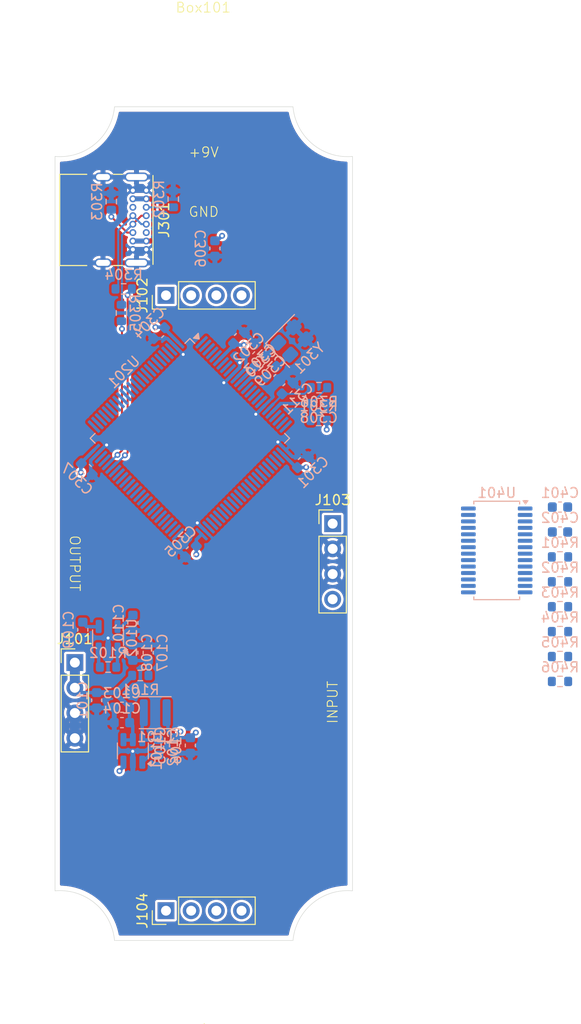
<source format=kicad_pcb>
(kicad_pcb (version 20241229) (generator "pcbnew") (generator_version "9.0")
  (layers (0 "F.Cu" jumper) (4 "In1.Cu" signal) (6 "In2.Cu" signal) (2 "B.Cu" signal) (13 "F.Paste" user) (15 "B.Paste" user) (5 "F.SilkS" user "F.Silkscreen") (7 "B.SilkS" user "B.Silkscreen") (1 "F.Mask" user) (3 "B.Mask" user) (25 "Edge.Cuts" user))
  (net 0 "")
  (net 1 "VIN")
  (net 2 "GND")
  (net 3 "IN^{EFF}")
  (net 4 "+3V3_A")
  (net 5 "Net-(U101-CB)")
  (net 6 "LED")
  (net 7 "+3.3V")
  (net 8 "+5VA")
  (net 9 "Net-(U101-SW)")
  (net 10 "Net-(U102-VIN)")
  (net 11 "POT2")
  (net 12 "POT3")
  (net 13 "Net-(U102-BP)")
  (net 14 "Net-(U102-ON{slash}~{OFF})")
  (net 15 "POT1")
  (net 16 "SW_UP")
  (net 17 "FOOTSWITCH")
  (net 18 "SW_DOWN")
  (net 19 "OUT^{EFF}")
  (net 26 "+3.3VA")
  (net 35 "Net-(C309-Pad2)")
  (net 40 "CC1")
  (net 41 "CC2")
  (net 42 "SPI_MOSI")
  (net 46 "USB_OTG_FS_D-")
  (net 47 "I2C_SDA")
  (net 49 "SPI_SCK")
  (net 51 "SWO")
  (net 54 "ADC3_INP1")
  (net 61 "BOOT0")
  (net 63 "VREF")
  (net 64 "OSC_IN")
  (net 67 "OSC_OUT")
  (net 75 "I2C_SCL")
  (net 81 "Net-(C310-Pad1)")
  (net 89 "SWDIO")
  (net 96 "NRST")
  (net 102 "USB_OTG_FS_D+")
  (net 110 "ADC1_INP3")
  (net 111 "SWCLK")
  (net 113 "VBUS")
  (net 115 "Net-(J301-D--PadA7)")
  (net 116 "Net-(J301-D+-PadA6)")
  (net 117 "Net-(U401-V_{IN}L)")
  (net 118 "Net-(U401-V_{OUT}L+)")
  (net 119 "MODE")
  (net 120 "VCOMM")
  (net 121 "FMT")
  (net 122 "DEMP")
  (net 124 "IFMD")
  (footprint "Connector_USB:USB_C_Receptacle_GCT_USB4085" (layer "F.Cu") (at 94.2 66.425 -90)
    (property "Reference" "J301")
    (property "Value" "USB_C_Receptacle_USB2.0_16P")
  )
  (footprint "Connector_PinHeader_2.54mm:PinHeader_1x04_P2.54mm_Vertical" (layer "F.Cu") (at 113 100)
    (property "Reference" "J103")
    (property "Value" "Conn_01x04_Pin")
  )
  (footprint "Mylib:1590A" (layer "F.Cu") (at 100 100)
    (property "Reference" "Box101")
    (property "Value" "1590A")
  )
  (footprint "Connector_PinHeader_2.54mm:PinHeader_1x04_P2.54mm_Vertical" (layer "F.Cu") (at 87 114)
    (property "Reference" "J101")
    (property "Value" "Conn_01x04_Pin")
  )
  (footprint "Connector_PinHeader_2.54mm:PinHeader_1x04_P2.54mm_Vertical" (layer "F.Cu") (at 96.19 77 90)
    (property "Reference" "J102")
    (property "Value" "Conn_01x04_Pin")
  )
  (footprint "Connector_PinHeader_2.54mm:PinHeader_1x04_P2.54mm_Vertical" (layer "F.Cu") (at 96.19 139 90)
    (property "Reference" "J104")
    (property "Value" "Conn_01x04_Pin")
  )
  (footprint "Resistor_SMD:R_0603_1608Metric" (layer "B.Cu") (at 96.925 67.3 -90)
    (property "Reference" "R302")
    (property "Value" "5.1k")
  )
  (footprint "Resistor_SMD:R_0603_1608Metric" (layer "B.Cu") (at 93.6 115.3)
    (property "Reference" "R101")
    (property "Value" "22R")
  )
  (footprint "Capacitor_SMD:C_0603_1608Metric" (layer "B.Cu") (at 95.5 80.8 -135)
    (property "Reference" "C304")
    (property "Value" "100nF")
  )
  (footprint "Resistor_SMD:R_0603_1608Metric" (layer "B.Cu") (at 135.93 110.88 180)
    (property "Reference" "R404")
    (property "Value" "220k")
  )
  (footprint "Capacitor_SMD:C_0603_1608Metric" (layer "B.Cu") (at 98.7 102.8 -135)
    (property "Reference" "C305")
    (property "Value" "100nF")
  )
  (footprint "Capacitor_SMD:C_0603_1608Metric" (layer "B.Cu") (at 91.75 120.05 180)
    (property "Reference" "C104")
    (property "Value" "100nF")
  )
  (footprint "Resistor_SMD:R_0603_1608Metric" (layer "B.Cu") (at 135.93 115.9 180)
    (property "Reference" "R406")
    (property "Value" "220k")
  )
  (footprint "Resistor_SMD:R_0603_1608Metric" (layer "B.Cu") (at 135.93 103.35 180)
    (property "Reference" "R401")
    (property "Value" "220k")
  )
  (footprint "Resistor_SMD:R_0603_1608Metric" (layer "B.Cu") (at 135.93 105.86 180)
    (property "Reference" "R402")
    (property "Value" "1MEG")
  )
  (footprint "Resistor_SMD:R_0603_1608Metric" (layer "B.Cu") (at 90.675 67.55 -90)
    (property "Reference" "R303")
    (property "Value" "5.1k")
  )
  (footprint "Crystal:Crystal_SMD_3225-4Pin_3.2x2.5mm" (layer "B.Cu") (at 108.9 81.6 45)
    (property "Reference" "Y301")
    (property "Value" "16MHz")
  )
  (footprint "Resistor_SMD:R_0603_1608Metric" (layer "B.Cu") (at 135.93 108.37 180)
    (property "Reference" "R403")
    (property "Value" "1MEG")
  )
  (footprint "Capacitor_SMD:C_0603_1608Metric" (layer "B.Cu") (at 101.125 72.275 -90)
    (property "Reference" "C306")
    (property "Value" "10uF")
  )
  (footprint "Capacitor_SMD:C_0603_1608Metric" (layer "B.Cu") (at 89.2 117.8 -90)
    (property "Reference" "C101")
    (property "Value" "22uF")
  )
  (footprint "Resistor_SMD:R_0603_1608Metric" (layer "B.Cu") (at 91.925 76.35 180)
    (property "Reference" "R304")
    (property "Value" "22R")
  )
  (footprint "Capacitor_SMD:C_0603_1608Metric" (layer "B.Cu") (at 92.85 113 90)
    (property "Reference" "C108")
    (property "Value" "1uF")
  )
  (footprint "Capacitor_SMD:C_0603_1608Metric" (layer "B.Cu") (at 94.4 113 90)
    (property "Reference" "C107")
    (property "Value" "10uF")
  )
  (footprint "Package_TO_SOT_SMD:SOT-23-5" (layer "B.Cu") (at 90.35 111.5 90)
    (property "Reference" "U102")
    (property "Value" "LP2985-5.0")
  )
  (footprint "Capacitor_SMD:C_0603_1608Metric" (layer "B.Cu") (at 92.85 110 -90)
    (property "Reference" "C110")
    (property "Value" "2.2uF")
  )
  (footprint "Capacitor_SMD:C_0603_1608Metric" (layer "B.Cu") (at 111.6 87.9)
    (property "Reference" "C308")
    (property "Value" "22uF")
  )
  (footprint "Package_QFP:LQFP-100_14x14mm_P0.5mm" (layer "B.Cu") (at 98.6 91.4 -135)
    (property "Reference" "U201")
    (property "Value" "STM32H750VBTx")
  )
  (footprint "Resistor_SMD:R_0603_1608Metric" (layer "B.Cu") (at 111.625 86.3)
    (property "Reference" "R306")
    (property "Value" "5R1")
  )
  (footprint "Capacitor_SMD:C_0603_1608Metric" (layer "B.Cu") (at 135.93 100.84 180)
    (property "Reference" "C402")
    (property "Value" "1uF")
  )
  (footprint "Capacitor_SMD:C_0603_1608Metric" (layer "B.Cu") (at 88.2 94.5 -45)
    (property "Reference" "C307")
    (property "Value" "100nF")
  )
  (footprint "Resistor_SMD:R_0603_1608Metric" (layer "B.Cu") (at 111.6 89.6 180)
    (property "Reference" "R301")
    (property "Value" "5R1")
  )
  (footprint "Capacitor_SMD:C_0603_1608Metric" (layer "B.Cu") (at 108.45 86.375 45)
    (property "Reference" "C311")
    (property "Value" "100nF")
  )
  (footprint "Resistor_SMD:R_0603_1608Metric" (layer "B.Cu") (at 91.7 78.775 90)
    (property "Reference" "R305")
    (property "Value" "22R")
  )
  (footprint "Package_SO:TSSOP-28_4.4x9.7mm_P0.65mm" (layer "B.Cu") (at 129.55 102.7 180)
    (property "Reference" "U401")
    (property "Value" "PCM3060")
  )
  (footprint "Capacitor_SMD:C_0603_1608Metric" (layer "B.Cu") (at 87.8 110.7 -90)
    (property "Reference" "C109")
    (property "Value" "10nF")
  )
  (footprint "Capacitor_SMD:C_0603_1608Metric" (layer "B.Cu") (at 103.55 81.3 45)
    (property "Reference" "C302")
    (property "Value" "100nF")
  )
  (footprint "Inductor_SMD:L_Sunlord_SWPA3015S" (layer "B.Cu") (at 95.1 119.05)
    (property "Reference" "L101")
    (property "Value" "3.3uH")
  )
  (footprint "Capacitor_SMD:C_0603_1608Metric" (layer "B.Cu") (at 95.45 122.54 90)
    (property "Reference" "C102")
    (property "Value" "100nF")
  )
  (footprint "Capacitor_SMD:C_0603_1608Metric" (layer "B.Cu") (at 104.675 82.425 45)
    (property "Reference" "C303")
    (property "Value" "100nF")
  )
  (footprint "Capacitor_SMD:C_0603_1608Metric" (layer "B.Cu") (at 105.7 83.6 45)
    (property "Reference" "C309")
    (property "Value" "10pF")
  )
  (footprint "Capacitor_SMD:C_0603_1608Metric" (layer "B.Cu") (at 106.8 84.7 -135)
    (property "Reference" "C310")
    (property "Value" "10pF")
  )
  (footprint "Capacitor_SMD:C_0603_1608Metric" (layer "B.Cu") (at 110 93.8 45)
    (property "Reference" "C301")
    (property "Value" "100nF")
  )
  (footprint "Capacitor_SMD:C_0603_1608Metric" (layer "B.Cu") (at 135.93 98.33 180)
    (property "Reference" "C401")
    (property "Value" "1uF")
  )
  (footprint "Resistor_SMD:R_0603_1608Metric" (layer "B.Cu") (at 135.93 113.39 180)
    (property "Reference" "R405")
    (property "Value" "220k")
  )
  (footprint "Package_TO_SOT_SMD:SOT-23-6" (layer "B.Cu") (at 92.85 122.9 90)
    (property "Reference" "U101")
    (property "Value" "LMR50410")
  )
  (footprint "Capacitor_SMD:C_0603_1608Metric" (layer "B.Cu") (at 98.65 122.35 -90)
    (property "Reference" "C106")
    (property "Value" "10uF")
  )
  (footprint "Resistor_SMD:R_0603_1608Metric" (layer "B.Cu") (at 90.35 114.45 180)
    (property "Reference" "R102")
    (property "Value" "1k")
  )
  (footprint "Capacitor_SMD:C_0603_1608Metric" (layer "B.Cu") (at 97.05 122.35 -90)
    (property "Reference" "C105")
    (property "Value" "10uF")
  )
  (footprint "Capacitor_SMD:C_0603_1608Metric" (layer "B.Cu") (at 91.75 118.5 180)
    (property "Reference" "C103")
    (property "Value" "10uF")
  )
  (gr_arc (start 109 142) (mid 110.964466 138.257359) (end 115 137) (stroke (width 0.05)) (layer "Edge.Cuts"))
  (gr_arc (start 91 58) (mid 89.035534 61.742641) (end 85 63) (stroke (width 0.05)) (layer "Edge.Cuts"))
  (gr_arc (start 115 63) (mid 110.964466 61.742641) (end 109 58) (stroke (width 0.05)) (layer "Edge.Cuts"))
  (gr_line (start 91 142) (end 109 142) (stroke (width 0.05)) (layer "Edge.Cuts"))
  (gr_line (start 115 63) (end 115 137) (stroke (width 0.05)) (layer "Edge.Cuts"))
  (gr_line (start 91 58) (end 109 58) (stroke (width 0.05)) (layer "Edge.Cuts"))
  (gr_line (start 85 137) (end 85 63) (stroke (width 0.05)) (layer "Edge.Cuts"))
  (gr_arc (start 85 137) (mid 89.035534 138.257359) (end 91 142) (stroke (width 0.05)) (layer "Edge.Cuts"))
  (gr_text "INPUT" (at 113 118 90) (layer "F.SilkS") (effects (font (size 1 1) (thickness 0.1))))
  (gr_text "+9V" (at 100 62 0) (layer "F.SilkS") (effects (font (size 1 1) (thickness 0.1)) (justify top)))
  (gr_text "GND" (at 100 68 0) (layer "F.SilkS") (effects (font (size 1 1) (thickness 0.1)) (justify top)))
  (gr_text "OUTPUT" (at 87 104 270) (layer "F.SilkS") (effects (font (size 1 1) (thickness 0.1))))
  (segment (start 87 114) (end 87 116.54) (width 1) (layer "F.Cu") (net 1))
  (segment (start 92.8375 121.8) (end 91.8875 121.8) (width 0.35) (layer "B.Cu") (net 1))
  (segment (start 91.016106 117.025) (end 91.075 117.025) (width 0.5) (layer "B.Cu") (net 1))
  (segment (start 87.485 117.025) (end 87 116.54) (width 0.35) (layer "B.Cu") (net 1))
  (segment (start 92.5125 118.521394) (end 92.5125 120.0375) (width 0.35) (layer "B.Cu") (net 1))
  (segment (start 87 114) (end 87 116.54) (width 1) (layer "B.Cu") (net 1))
  (segment (start 91.016106 117.025) (end 92.5125 118.521394) (width 0.5) (layer "B.Cu") (net 1))
  (segment (start 89.2 117.025) (end 87.485 117.025) (width 0.35) (layer "B.Cu") (net 1))
  (segment (start 89.2 117.025) (end 91.016106 117.025) (width 0.5) (layer "B.Cu") (net 1))
  (segment (start 92.8375 120.3625) (end 92.5125 120.0375) (width 0.35) (layer "B.Cu") (net 1))
  (segment (start 92.8375 121.8) (end 92.8375 120.3625) (width 0.35) (layer "B.Cu") (net 1))
  (segment (start 91.075 117.025) (end 92.775 115.325) (width 0.5) (layer "B.Cu") (net 1))
  (segment (start 92.85 66.425) (end 94.2 66.425) (width 0.5) (layer "F.Cu") (net 2))
  (segment (start 87 119.08) (end 87 121.62) (width 1) (layer "F.Cu") (net 2))
  (segment (start 92.85 72.375) (end 94.2 72.375) (width 0.5) (layer "F.Cu") (net 2))
  (via (at 103.625 83.775) (size 0.6) (drill 0.3) (layers "F.Cu" "B.Cu") (net 2))
  (via (at 92.8375 122.9375) (size 0.6) (drill 0.3) (layers "F.Cu" "B.Cu") (net 2))
  (via (at 107.475 91.775) (size 0.6) (drill 0.3) (layers "F.Cu" "B.Cu") (net 2))
  (via (at 97.925 82.95) (size 0.6) (drill 0.3) (layers "F.Cu" "B.Cu") (net 2))
  (via (at 102.025 85.8) (size 0.6) (drill 0.3) (layers "F.Cu" "B.Cu") (net 2))
  (via (at 90.35 111.525) (size 0.6) (drill 0.3) (layers "F.Cu" "B.Cu") (net 2))
  (via (at 105.25 88.975) (size 0.6) (drill 0.3) (layers "F.Cu" "B.Cu") (net 2))
  (via (at 90.2 92.075) (size 0.6) (drill 0.3) (layers "F.Cu" "B.Cu") (net 2))
  (via (at 99.35 99.925) (size 0.6) (drill 0.3) (layers "F.Cu" "B.Cu") (net 2))
  (segment (start 97.0375 123.1125) (end 96.465 122.54) (width 0.35) (layer "B.Cu") (net 2))
  (segment (start 92.85 110.8) (end 92.85 111.525) (width 0.35) (layer "B.Cu") (net 2))
  (segment (start 100.137957 100.712957) (end 99.35 99.925) (width 0.35) (layer "B.Cu") (net 2))
  (segment (start 94.216479 122.9375) (end 92.8375 122.9375) (width 0.35) (layer "B.Cu") (net 2))
  (segment (start 97.925 82.946825) (end 97.062043 82.083868) (width 0.35) (layer "B.Cu") (net 2))
  (segment (start 102.025 85.8) (end 102.078679 85.8) (width 0.35) (layer "B.Cu") (net 2))
  (segment (start 90.35 112.6625) (end 90.35 111.525) (width 0.35) (layer "B.Cu") (net 2))
  (segment (start 103.625 84.253679) (end 102.966384 84.912295) (width 0.35) (layer "B.Cu") (net 2))
  (segment (start 108.269685 92.569685) (end 107.475 91.775) (width 0.35) (layer "B.Cu") (net 2))
  (segment (start 92.85 72.375) (end 94.2 72.375) (width 0.5) (layer "B.Cu") (net 2))
  (segment (start 110.548008 93.251992) (end 108.937273 93.251992) (width 0.35) (layer "B.Cu") (net 2))
  (segment (start 108.937273 93.251992) (end 108.269685 92.584404) (width 0.35) (layer "B.Cu") (net 2))
  (segment (start 105.25 88.975) (end 105.267641 88.975) (width 0.35) (layer "B.Cu") (net 2))
  (segment (start 98.6375 123.1125) (end 97.0375 123.1125) (width 0.35) (layer "B.Cu") (net 2))
  (segment (start 105.267641 88.975) (end 106.148365 88.094276) (width 0.35) (layer "B.Cu") (net 2))
  (segment (start 90.35 111.525) (end 92.85 111.525) (width 0.35) (layer "B.Cu") (net 2))
  (segment (start 103.625 83.775) (end 103.625 84.253679) (width 0.35) (layer "B.Cu") (net 2))
  (segment (start 92.85 111.525) (end 92.85 112.25) (width 0.35) (layer "B.Cu") (net 2))
  (segment (start 90.9625 118.521394) (end 90.9625 120.0375) (width 0.35) (layer "B.Cu") (net 2))
  (segment (start 92.85 66.425) (end 94.2 66.425) (width 0.5) (layer "B.Cu") (net 2))
  (segment (start 96.326183 81.348008) (end 94.951992 81.348008) (width 0.35) (layer "B.Cu") (net 2))
  (segment (start 100.137957 100.716132) (end 100.137957 100.712957) (width 0.35) (layer "B.Cu") (net 2))
  (segment (start 92.8375 122.9375) (end 92.8375 124.075) (width 0.35) (layer "B.Cu") (net 2))
  (segment (start 96.465 122.54) (end 94.613979 122.54) (width 0.35) (layer "B.Cu") (net 2))
  (segment (start 90.9625 122.214822) (end 91.685178 122.9375) (width 0.35) (layer "B.Cu") (net 2))
  (segment (start 90.35 111.525) (end 87.775 111.525) (width 0.35) (layer "B.Cu") (net 2))
  (segment (start 108.269685 92.584404) (end 108.269685 92.569685) (width 0.35) (layer "B.Cu") (net 2))
  (segment (start 90.146825 92.075) (end 90.2 92.075) (width 0.35) (layer "B.Cu") (net 2))
  (segment (start 89.283868 92.937957) (end 90.146825 92.075) (width 0.35) (layer "B.Cu") (net 2))
  (segment (start 94.613979 122.54) (end 94.216479 122.9375) (width 0.35) (layer "B.Cu") (net 2))
  (segment (start 88.6 93.621825) (end 88.6 94.9) (width 0.35) (layer "B.Cu") (net 2))
  (segment (start 90.9625 122.214822) (end 90.9625 120.0375) (width 0.35) (layer "B.Cu") (net 2))
  (segment (start 87.775 111.525) (end 87.75 111.5) (width 0.35) (layer "B.Cu") (net 2))
  (segment (start 102.078679 85.8) (end 102.966384 84.912295) (width 0.35) (layer "B.Cu") (net 2))
  (segment (start 91.685178 122.9375) (end 92.8375 122.9375) (width 0.35) (layer "B.Cu") (net 2))
  (segment (start 87 119.08) (end 87 121.62) (width 1) (layer "B.Cu") (net 2))
  (segment (start 97.062043 82.083868) (end 96.326183 81.348008) (width 0.35) (layer "B.Cu") (net 2))
  (segment (start 97.925 82.95) (end 97.925 82.946825) (width 0.35) (layer "B.Cu") (net 2))
  (segment (start 89.283868 92.937957) (end 88.6 93.621825) (width 0.35) (layer "B.Cu") (net 2))
  (segment (start 88.6 94.9) (end 88.748008 95.048008) (width 0.35) (layer "B.Cu") (net 2))
  (segment (start 94.55 123.3125) (end 93.7875 124.075) (width 0.35) (layer "B.Cu") (net 5))
  (segment (start 95.4375 123.3125) (end 94.55 123.3125) (width 0.35) (layer "B.Cu") (net 5))
  (segment (start 112.4 90.35) (end 112.4 90.525) (width 0.35) (layer "F.Cu") (net 7))
  (via (at 95.125 80.2) (size 0.6) (drill 0.3) (layers "F.Cu" "B.Cu") (net 7))
  (via (at 104.05 82) (size 0.6) (drill 0.3) (layers "F.Cu" "B.Cu") (net 7))
  (via (at 99.2 121.05) (size 0.6) (drill 0.3) (layers "F.Cu" "B.Cu") (net 7))
  (via (at 112.4 90.525) (size 0.6) (drill 0.3) (layers "F.Cu" "B.Cu") (net 7))
  (via (at 97.65 120.95) (size 0.6) (drill 0.3) (layers "F.Cu" "B.Cu") (net 7))
  (via (at 101.85 71) (size 0.6) (drill 0.3) (layers "F.Cu" "B.Cu") (net 7))
  (via (at 87.6 94.85) (size 0.6) (drill 0.3) (layers "F.Cu" "B.Cu") (net 7))
  (via (at 91.5 124.925) (size 0.6) (drill 0.3) (layers "F.Cu" "B.Cu") (net 7))
  (via (at 110.325 94.325) (size 0.6) (drill 0.3) (layers "F.Cu" "B.Cu") (net 7))
  (via (at 99.25 103.1) (size 0.6) (drill 0.3) (layers "F.Cu" "B.Cu") (net 7))
  (segment (start 99.15 121.05) (end 99.2 121.05) (width 0.35) (layer "B.Cu") (net 7))
  (segment (start 87.6 94.003984) (end 87.651992 93.951992) (width 0.35) (layer "B.Cu") (net 7))
  (segment (start 98.6375 121.5625) (end 99.15 121.05) (width 0.35) (layer "B.Cu") (net 7))
  (segment (start 99.248008 103.098008) (end 99.248008 101.606081) (width 0.35) (layer "B.Cu") (net 7))
  (segment (start 97.05 121.575) (end 97.0625 121.5625) (width 0.35) (layer "B.Cu") (net 7))
  (segment (start 99.25 103.1) (end 99.248008 103.098008) (width 0.35) (layer "B.Cu") (net 7))
  (segment (start 96.2875 119.0375) (end 96.2375 119.0375) (width 0.35) (layer "B.Cu") (net 7))
  (segment (start 97.65 120.95) (end 97.65 120.975) (width 0.35) (layer "B.Cu") (net 7))
  (segment (start 104.05 82) (end 103.003984 82) (width 0.35) (layer "B.Cu") (net 7))
  (segment (start 103.003984 82) (end 103.001992 81.998008) (width 0.35) (layer "B.Cu") (net 7))
  (segment (start 96.3875 120.9125) (end 96.3875 119.1375) (width 0.35) (layer "B.Cu") (net 7))
  (segment (start 104.25 83.246016) (end 104.126992 83.123008) (width 0.35) (layer "B.Cu") (net 7))
  (segment (start 97.65 120.975) (end 97.05 121.575) (width 0.35) (layer "B.Cu") (net 7))
  (segment (start 101.125 71.5) (end 101.35 71.5) (width 0.35) (layer "B.Cu") (net 7))
  (segment (start 103.001992 81.998008) (end 103.001992 81.848008) (width 0.35) (layer "B.Cu") (net 7))
  (segment (start 104.05 82) (end 104.05 82.896016) (width 0.35) (layer "B.Cu") (net 7))
  (segment (start 102.951992 82.098261) (end 102.951992 81.898008) (width 0.35) (layer "B.Cu") (net 7))
  (segment (start 91.5 124.925) (end 91.9 124.525) (width 0.35) (layer "B.Cu") (net 7))
  (segment (start 95.996016 80.2) (end 96.048008 80.251992) (width 0.35) (layer "B.Cu") (net 7))
  (segment (start 110.301992 94.348008) (end 109.326183 94.348008) (width 0.35) (layer "B.Cu") (net 7))
  (segment (start 99.248008 101.606081) (end 99.784404 101.069685) (width 0.35) (layer "B.Cu") (net 7))
  (segment (start 96.3875 119.1375) (end 96.2875 119.0375) (width 0.35) (layer "B.Cu") (net 7))
  (segment (start 103.319938 85.265849) (end 104.25 84.335787) (width 0.35) (layer "B.Cu") (net 7))
  (segment (start 95.125 80.2) (end 95.996016 80.2) (width 0.35) (layer "B.Cu") (net 7))
  (segment (start 104.05 82.896016) (end 104.126992 82.973008) (width 0.35) (layer "B.Cu") (net 7))
  (segment (start 96.048008 80.362727) (end 97.415596 81.730315) (width 0.35) (layer "B.Cu") (net 7))
  (segment (start 101.552171 83.498082) (end 102.951992 82.098261) (width 0.35) (layer "B.Cu") (net 7))
  (segment (start 97.05 121.575) (end 96.3875 120.9125) (width 0.35) (layer "B.Cu") (net 7))
  (segment (start 87.6 94.85) (end 87.6 94.003984) (width 0.35) (layer "B.Cu") (net 7))
  (segment (start 91.9 124.525) (end 91.9 124.0375) (width 0.35) (layer "B.Cu") (net 7))
  (segment (start 110.325 94.325) (end 110.301992 94.348008) (width 0.35) (layer "B.Cu") (net 7))
  (segment (start 104.126992 83.123008) (end 104.126992 82.973008) (width 0.35) (layer "B.Cu") (net 7))
  (segment (start 101.35 71.5) (end 101.85 71) (width 0.35) (layer "B.Cu") (net 7))
  (segment (start 109.326183 94.348008) (end 107.916132 92.937957) (width 0.35) (layer "B.Cu") (net 7))
  (segment (start 97.0625 121.5625) (end 98.6375 121.5625) (width 0.35) (layer "B.Cu") (net 7))
  (segment (start 112.4 90.525) (end 112.4 89.625) (width 0.35) (layer "B.Cu") (net 7))
  (segment (start 96.048008 80.251992) (end 96.048008 80.362727) (width 0.35) (layer "B.Cu") (net 7))
  (segment (start 104.25 84.335787) (end 104.25 83.246016) (width 0.35) (layer "B.Cu") (net 7))
  (segment (start 102.951992 81.898008) (end 103.001992 81.848008) (width 0.35) (layer "B.Cu") (net 7))
  (segment (start 87.651992 93.862727) (end 87.651992 93.951992) (width 0.35) (layer "B.Cu") (net 7))
  (segment (start 88.930315 92.584404) (end 87.651992 93.862727) (width 0.35) (layer "B.Cu") (net 7))
  (segment (start 112.4 89.625) (end 112.425 89.6) (width 0.35) (layer "B.Cu") (net 7))
  (segment (start 91.7125 110.3875) (end 92.85 109.25) (width 0.35) (layer "B.Cu") (net 8))
  (segment (start 91.3 110.3875) (end 91.7125 110.3875) (width 0.35) (layer "B.Cu") (net 8))
  (segment (start 95.4 121.8) (end 95.4375 121.7625) (width 0.35) (layer "B.Cu") (net 9))
  (segment (start 93.7875 121.8) (end 93.7875 119.3375) (width 0.35) (layer "B.Cu") (net 9))
  (segment (start 93.9875 119.0875) (end 93.9375 119.0375) (width 0.35) (layer "B.Cu") (net 9))
  (segment (start 93.9875 119.1375) (end 93.9875 119.0875) (width 0.35) (layer "B.Cu") (net 9))
  (segment (start 93.7875 119.3375) (end 93.9875 119.1375) (width 0.35) (layer "B.Cu") (net 9))
  (segment (start 93.7875 121.8) (end 95.4 121.8) (width 0.35) (layer "B.Cu") (net 9))
  (segment (start 91.7125 112.6625) (end 92.85 113.8) (width 0.5) (layer "B.Cu") (net 10))
  (segment (start 91.3 112.6625) (end 91.7125 112.6625) (width 0.5) (layer "B.Cu") (net 10))
  (segment (start 91.3 114.4) (end 91.175 114.525) (width 0.35) (layer "B.Cu") (net 10))
  (segment (start 94.425 115.325) (end 94.425 113.825) (width 0.35) (layer "B.Cu") (net 10))
  (segment (start 92.875 113.825) (end 92.85 113.8) (width 0.35) (layer "B.Cu") (net 10))
  (segment (start 91.3 112.6625) (end 91.3 114.4) (width 0.35) (layer "B.Cu") (net 10))
  (segment (start 94.4 113.8) (end 92.85 113.8) (width 0.35) (layer "B.Cu") (net 10))
  (segment (start 94.425 113.825) (end 94.4 113.8) (width 0.35) (layer "B.Cu") (net 10))
  (segment (start 88.1875 110.3875) (end 87.75 109.95) (width 0.35) (layer "B.Cu") (net 13))
  (segment (start 89.4 110.3875) (end 88.1875 110.3875) (width 0.35) (layer "B.Cu") (net 13))
  (segment (start 89.4 112.6625) (end 89.4 114.4) (width 0.35) (layer "B.Cu") (net 14))
  (segment (start 89.4 114.4) (end 89.525 114.525) (width 0.35) (layer "B.Cu") (net 14))
  (segment (start 107.756855 87.9) (end 106.855472 88.801383) (width 0.35) (layer "B.Cu") (net 26))
  (segment (start 110.825 87.9) (end 110.85 87.9) (width 0.2) (layer "B.Cu") (net 26))
  (segment (start 110.775 89.6) (end 110.775 88.45) (width 0.35) (layer "B.Cu") (net 26))
  (segment (start 110.825 88.4) (end 110.825 87.9) (width 0.35) (layer "B.Cu") (net 26))
  (segment (start 110.85 87.9) (end 112.45 86.3) (width 0.2) (layer "B.Cu") (net 26))
  (segment (start 110.775 88.45) (end 110.825 88.4) (width 0.35) (layer "B.Cu") (net 26))
  (segment (start 110.825 87.9) (end 107.756855 87.9) (width 0.35) (layer "B.Cu") (net 26))
  (segment (start 106.248008 83.051992) (end 106.248008 83.049911) (width 0.35) (layer "B.Cu") (net 35))
  (segment (start 106.248008 83.049911) (end 107.521142 81.776777) (width 0.35) (layer "B.Cu") (net 35))
  (segment (start 96.925 68.125) (end 94.2 68.125) (width 0.2) (layer "B.Cu") (net 40))
  (segment (start 90.675 69.075) (end 92.275 70.675) (width 0.2) (layer "F.Cu") (net 41))
  (segment (start 92.275 70.675) (end 92.85 70.675) (width 0.2) (layer "F.Cu") (net 41))
  (via (at 90.675 69.075) (size 0.6) (drill 0.3) (layers "F.Cu" "B.Cu") (net 41))
  (segment (start 90.675 69.075) (end 90.675 68.375) (width 0.2) (layer "B.Cu") (net 41))
  (segment (start 92.325 92.835988) (end 92.049095 93.111893) (width 0.2) (layer "F.Cu") (net 46))
  (segment (start 92.049095 92.974095) (end 92.049095 93.111893) (width 0.2) (layer "F.Cu") (net 46))
  (segment (start 92.325 76.975) (end 92.325 92.835988) (width 0.2) (layer "F.Cu") (net 46))
  (via (at 92.049095 93.111893) (size 0.6) (drill 0.3) (layers "F.Cu" "B.Cu") (net 46))
  (via (at 92.325 76.975) (size 0.6) (drill 0.3) (layers "F.Cu" "B.Cu") (net 46))
  (segment (start 90.802061 94.352171) (end 90.698082 94.352171) (width 0.2) (layer "B.Cu") (net 46))
  (segment (start 92.325 76.775) (end 92.75 76.35) (width 0.2) (layer "B.Cu") (net 46))
  (segment (start 92.325 76.975) (end 92.325 76.775) (width 0.2) (layer "B.Cu") (net 46))
  (segment (start 91.857756 93.303232) (end 91.851 93.303232) (width 0.2) (layer "B.Cu") (net 46))
  (segment (start 92.049095 93.111893) (end 91.857756 93.303232) (width 0.2) (layer "B.Cu") (net 46))
  (segment (start 91.851 93.303232) (end 90.802061 94.352171) (width 0.2) (layer "B.Cu") (net 46))
  (segment (start 110.176992 86.923008) (end 107.901992 86.923008) (width 0.2) (layer "B.Cu") (net 63))
  (segment (start 106.501918 88.447829) (end 107.901992 87.047755) (width 0.2) (layer "B.Cu") (net 63))
  (segment (start 110.8 86.3) (end 110.176992 86.923008) (width 0.2) (layer "B.Cu") (net 63))
  (segment (start 107.901992 87.047755) (end 107.901992 86.923008) (width 0.2) (layer "B.Cu") (net 63))
  (segment (start 106.501918 88.447829) (end 106.501918 88.348082) (width 0.2) (layer "B.Cu") (net 63))
  (segment (start 103.680598 85.619402) (end 105.151992 84.148008) (width 0.35) (layer "B.Cu") (net 64))
  (segment (start 103.673491 85.619402) (end 103.680598 85.619402) (width 0.35) (layer "B.Cu") (net 64))
  (segment (start 106.251992 85.248008) (end 104.760513 85.248008) (width 0.35) (layer "B.Cu") (net 67))
  (segment (start 104.760513 85.248008) (end 104.035566 85.972955) (width 0.35) (layer "B.Cu") (net 67))
  (segment (start 107.348008 84.151992) (end 107.550089 84.151992) (width 0.35) (layer "B.Cu") (net 81))
  (segment (start 107.550089 84.151992) (end 108.723223 82.978858) (width 0.35) (layer "B.Cu") (net 81))
  (segment (start 91.75 80.375) (end 91.75 92.625) (width 0.2) (layer "F.Cu") (net 102))
  (segment (start 91.75 92.625) (end 91.3 93.075) (width 0.2) (layer "F.Cu") (net 102))
  (via (at 91.75 80.375) (size 0.6) (drill 0.3) (layers "F.Cu" "B.Cu") (net 102))
  (via (at 91.3 93.075) (size 0.6) (drill 0.3) (layers "F.Cu" "B.Cu") (net 102))
  (segment (start 91.7 79.6) (end 91.7 80.325) (width 0.2) (layer "B.Cu") (net 102))
  (segment (start 91.7 80.325) (end 91.75 80.375) (width 0.2) (layer "B.Cu") (net 102))
  (segment (start 91.3 93.075) (end 91.268145 93.075) (width 0.2) (layer "B.Cu") (net 102))
  (segment (start 91.268145 93.075) (end 90.344528 93.998617) (width 0.2) (layer "B.Cu") (net 102))
  (segment (start 94.2 67.275) (end 94.694974 67.275) (width 0.5) (layer "F.Cu") (net 113))
  (segment (start 92.85 71.525) (end 94.2 71.525) (width 0.5) (layer "F.Cu") (net 113))
  (segment (start 94.694974 67.275) (end 94.951 67.531026) (width 0.5) (layer "F.Cu") (net 113))
  (segment (start 94.951 71.268974) (end 94.694974 71.525) (width 0.5) (layer "F.Cu") (net 113))
  (segment (start 94.694974 71.525) (end 94.2 71.525) (width 0.5) (layer "F.Cu") (net 113))
  (segment (start 94.951 67.531026) (end 94.951 71.268974) (width 0.5) (layer "F.Cu") (net 113))
  (segment (start 92.85 67.275) (end 94.2 67.275) (width 0.5) (layer "F.Cu") (net 113))
  (segment (start 92.85 67.275) (end 94.2 67.275) (width 0.5) (layer "B.Cu") (net 113))
  (segment (start 92.85 71.525) (end 94.2 71.525) (width 0.5) (layer "B.Cu") (net 113))
  (segment (start 93.7 69.825) (end 92.85 68.975) (width 0.2) (layer "B.Cu") (net 115))
  (segment (start 94.2 69.825) (end 93.7 69.825) (width 0.2) (layer "B.Cu") (net 115))
  (segment (start 91.375 70.45) (end 92.601806 69.223194) (width 0.2) (layer "B.Cu") (net 115))
  (segment (start 91.1 76.35) (end 91.375 76.075) (width 0.2) (layer "B.Cu") (net 115))
  (segment (start 91.375 76.075) (end 91.375 70.45) (width 0.2) (layer "B.Cu") (net 115))
  (segment (start 93.7 68.975) (end 92.85 69.825) (width 0.2) (layer "F.Cu") (net 116))
  (segment (start 94.2 68.975) (end 93.7 68.975) (width 0.2) (layer "F.Cu") (net 116))
  (segment (start 91.751 70.924) (end 92.85 69.825) (width 0.2) (layer "B.Cu") (net 116))
  (segment (start 91.7 77.95) (end 91.751 77.899) (width 0.2) (layer "B.Cu") (net 116))
  (segment (start 91.751 77.899) (end 91.751 70.924) (width 0.2) (layer "B.Cu") (net 116))
  (zone (net 2) (net_name "GND") (layers "F.Cu" "B.Cu" "In1.Cu") (connect_pads (clearance 0.25)) (min_thickness 0.25) (fill yes (thermal_gap 0.25) (thermal_bridge_width 0.5) (smoothing fillet) (radius 1))
    (polygon (pts (xy 80.7 50) (xy 119.3 50) (xy 119.4 150) (xy 80.8 150)))
  )
)
</source>
